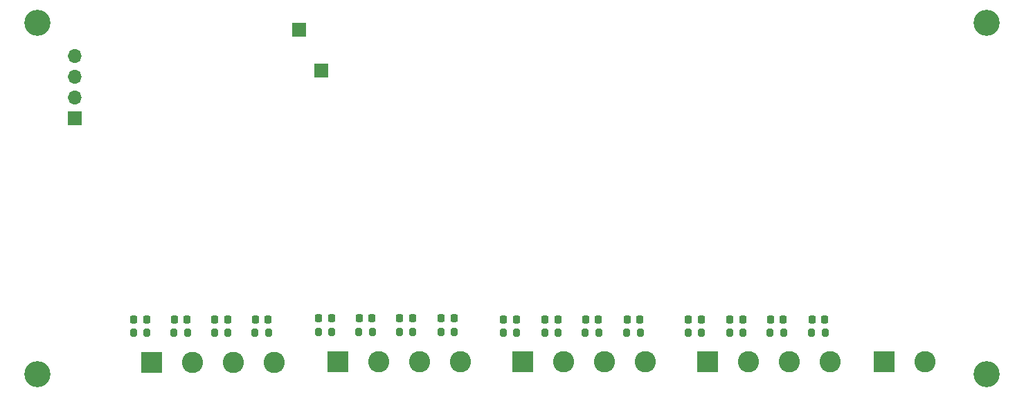
<source format=gbs>
%TF.GenerationSoftware,KiCad,Pcbnew,(6.0.0)*%
%TF.CreationDate,2022-10-09T23:28:55-04:00*%
%TF.ProjectId,i2c 24vout,69326320-3234-4766-9f75-742e6b696361,rev?*%
%TF.SameCoordinates,Original*%
%TF.FileFunction,Soldermask,Bot*%
%TF.FilePolarity,Negative*%
%FSLAX46Y46*%
G04 Gerber Fmt 4.6, Leading zero omitted, Abs format (unit mm)*
G04 Created by KiCad (PCBNEW (6.0.0)) date 2022-10-09 23:28:55*
%MOMM*%
%LPD*%
G01*
G04 APERTURE LIST*
G04 Aperture macros list*
%AMRoundRect*
0 Rectangle with rounded corners*
0 $1 Rounding radius*
0 $2 $3 $4 $5 $6 $7 $8 $9 X,Y pos of 4 corners*
0 Add a 4 corners polygon primitive as box body*
4,1,4,$2,$3,$4,$5,$6,$7,$8,$9,$2,$3,0*
0 Add four circle primitives for the rounded corners*
1,1,$1+$1,$2,$3*
1,1,$1+$1,$4,$5*
1,1,$1+$1,$6,$7*
1,1,$1+$1,$8,$9*
0 Add four rect primitives between the rounded corners*
20,1,$1+$1,$2,$3,$4,$5,0*
20,1,$1+$1,$4,$5,$6,$7,0*
20,1,$1+$1,$6,$7,$8,$9,0*
20,1,$1+$1,$8,$9,$2,$3,0*%
G04 Aperture macros list end*
%ADD10R,2.600000X2.600000*%
%ADD11C,2.600000*%
%ADD12C,3.200000*%
%ADD13R,1.700000X1.700000*%
%ADD14O,1.700000X1.700000*%
%ADD15RoundRect,0.200000X0.200000X0.275000X-0.200000X0.275000X-0.200000X-0.275000X0.200000X-0.275000X0*%
%ADD16RoundRect,0.225000X0.225000X0.250000X-0.225000X0.250000X-0.225000X-0.250000X0.225000X-0.250000X0*%
G04 APERTURE END LIST*
D10*
%TO.C,J1*%
X197946000Y-125313000D03*
D11*
X202946000Y-125313000D03*
%TD*%
D10*
%TO.C,J4*%
X153703000Y-125313000D03*
D11*
X158703000Y-125313000D03*
X163703000Y-125313000D03*
X168703000Y-125313000D03*
%TD*%
D10*
%TO.C,J2*%
X108364000Y-125440000D03*
D11*
X113364000Y-125440000D03*
X118364000Y-125440000D03*
X123364000Y-125440000D03*
%TD*%
D12*
%TO.C,REF\u002A\u002A*%
X94400000Y-83834000D03*
%TD*%
D10*
%TO.C,J3*%
X131097000Y-125313000D03*
D11*
X136097000Y-125313000D03*
X141097000Y-125313000D03*
X146097000Y-125313000D03*
%TD*%
D13*
%TO.C,J6*%
X99000000Y-95544000D03*
D14*
X99000000Y-93004000D03*
X99000000Y-90464000D03*
X99000000Y-87924000D03*
%TD*%
D10*
%TO.C,J5*%
X176309000Y-125313000D03*
D11*
X181309000Y-125313000D03*
X186309000Y-125313000D03*
X191309000Y-125313000D03*
%TD*%
D13*
%TO.C,J9*%
X129072000Y-89702000D03*
%TD*%
D12*
%TO.C,REF\u002A\u002A*%
X210479000Y-83834000D03*
%TD*%
D13*
%TO.C,J8*%
X126405000Y-84749000D03*
%TD*%
D12*
%TO.C,REF\u002A\u002A*%
X210479000Y-126913000D03*
%TD*%
%TO.C,REF\u002A\u002A*%
X94400000Y-126913000D03*
%TD*%
D15*
%TO.C,R21*%
X130405000Y-121706000D03*
X128755000Y-121706000D03*
%TD*%
D16*
%TO.C,C15*%
X185600000Y-120182000D03*
X184050000Y-120182000D03*
%TD*%
%TO.C,C12*%
X168074000Y-120182000D03*
X166524000Y-120182000D03*
%TD*%
D15*
%TO.C,R24*%
X145391000Y-121706000D03*
X143741000Y-121706000D03*
%TD*%
D16*
%TO.C,C1*%
X107749000Y-120182000D03*
X106199000Y-120182000D03*
%TD*%
%TO.C,C14*%
X180647000Y-120182000D03*
X179097000Y-120182000D03*
%TD*%
D15*
%TO.C,R18*%
X112752000Y-121833000D03*
X111102000Y-121833000D03*
%TD*%
%TO.C,R32*%
X190730000Y-121833000D03*
X189080000Y-121833000D03*
%TD*%
D16*
%TO.C,C10*%
X158041000Y-120182000D03*
X156491000Y-120182000D03*
%TD*%
%TO.C,C11*%
X162994000Y-120182000D03*
X161444000Y-120182000D03*
%TD*%
D15*
%TO.C,R27*%
X163044000Y-121833000D03*
X161394000Y-121833000D03*
%TD*%
D16*
%TO.C,C8*%
X145341000Y-120055000D03*
X143791000Y-120055000D03*
%TD*%
%TO.C,C7*%
X140261000Y-120055000D03*
X138711000Y-120055000D03*
%TD*%
D15*
%TO.C,R29*%
X175617000Y-121833000D03*
X173967000Y-121833000D03*
%TD*%
%TO.C,R19*%
X117705000Y-121833000D03*
X116055000Y-121833000D03*
%TD*%
%TO.C,R25*%
X153011000Y-121833000D03*
X151361000Y-121833000D03*
%TD*%
D16*
%TO.C,C16*%
X190693000Y-120182000D03*
X189143000Y-120182000D03*
%TD*%
D15*
%TO.C,R20*%
X122658000Y-121833000D03*
X121008000Y-121833000D03*
%TD*%
D16*
%TO.C,C6*%
X135308000Y-120055000D03*
X133758000Y-120055000D03*
%TD*%
D15*
%TO.C,R23*%
X140311000Y-121706000D03*
X138661000Y-121706000D03*
%TD*%
D16*
%TO.C,C2*%
X112702000Y-120182000D03*
X111152000Y-120182000D03*
%TD*%
%TO.C,C13*%
X175567000Y-120182000D03*
X174017000Y-120182000D03*
%TD*%
D15*
%TO.C,R17*%
X107799000Y-121833000D03*
X106149000Y-121833000D03*
%TD*%
%TO.C,R28*%
X168124000Y-121833000D03*
X166474000Y-121833000D03*
%TD*%
%TO.C,R22*%
X135358000Y-121706000D03*
X133708000Y-121706000D03*
%TD*%
D16*
%TO.C,C3*%
X117655000Y-120182000D03*
X116105000Y-120182000D03*
%TD*%
%TO.C,C5*%
X130355000Y-120055000D03*
X128805000Y-120055000D03*
%TD*%
D15*
%TO.C,R26*%
X158091000Y-121833000D03*
X156441000Y-121833000D03*
%TD*%
D16*
%TO.C,C4*%
X122608000Y-120182000D03*
X121058000Y-120182000D03*
%TD*%
D15*
%TO.C,R31*%
X185650000Y-121833000D03*
X184000000Y-121833000D03*
%TD*%
%TO.C,R30*%
X180697000Y-121833000D03*
X179047000Y-121833000D03*
%TD*%
D16*
%TO.C,C9*%
X152961000Y-120182000D03*
X151411000Y-120182000D03*
%TD*%
M02*

</source>
